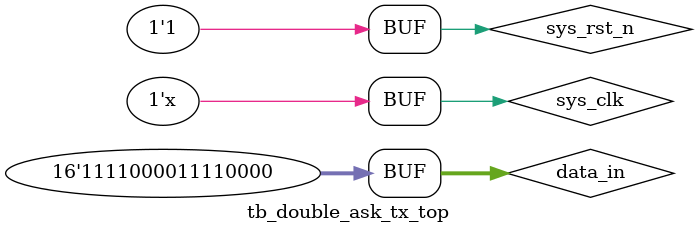
<source format=v>
`timescale 1ns/1ns

module tb_double_ask_tx_top();

reg sys_clk     ;
reg sys_rst_n   ;
reg  [15:0] data_in          ;

wire [15:0] tx               ;


initial begin
    sys_clk = 1'b1;
    sys_rst_n <= 1'b0;
    data_in <= 16'b1111_1111_1111_1111;
    #(20)
    sys_rst_n <= 1'b1;
    data_in <= 16'b1111_1110_1100_1000;
    #(20*50*16)
    data_in <= 16'b0000_0001_0011_0111;
    #(20*50*16)
    data_in <= 16'b1111_0000_1111_0000;
end

always #10 sys_clk = ~sys_clk;


double_ask_tx_top double_ask_tx_top_inst(
    .sys_clk     (sys_clk   ),
    .sys_rst_n   (sys_rst_n ),
    .data_in     (data_in   ),

    .tx          (tx        )
);
endmodule
</source>
